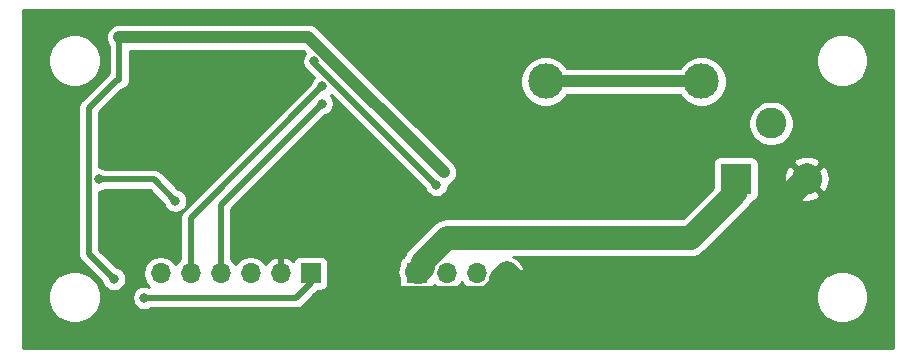
<source format=gbl>
%TF.GenerationSoftware,KiCad,Pcbnew,5.1.10-6.fc33*%
%TF.CreationDate,2021-10-21T00:53:11-07:00*%
%TF.ProjectId,esp32_7seg_alarm_clock_controller,65737033-325f-4377-9365-675f616c6172,rev?*%
%TF.SameCoordinates,Original*%
%TF.FileFunction,Copper,L2,Bot*%
%TF.FilePolarity,Positive*%
%FSLAX46Y46*%
G04 Gerber Fmt 4.6, Leading zero omitted, Abs format (unit mm)*
G04 Created by KiCad (PCBNEW 5.1.10-6.fc33) date 2021-10-21 00:53:11*
%MOMM*%
%LPD*%
G01*
G04 APERTURE LIST*
%TA.AperFunction,ComponentPad*%
%ADD10C,3.000000*%
%TD*%
%TA.AperFunction,ComponentPad*%
%ADD11R,1.700000X1.700000*%
%TD*%
%TA.AperFunction,ComponentPad*%
%ADD12O,1.700000X1.700000*%
%TD*%
%TA.AperFunction,ComponentPad*%
%ADD13R,2.600000X2.600000*%
%TD*%
%TA.AperFunction,ComponentPad*%
%ADD14C,2.600000*%
%TD*%
%TA.AperFunction,ViaPad*%
%ADD15C,0.800000*%
%TD*%
%TA.AperFunction,Conductor*%
%ADD16C,1.000000*%
%TD*%
%TA.AperFunction,Conductor*%
%ADD17C,2.000000*%
%TD*%
%TA.AperFunction,Conductor*%
%ADD18C,0.500000*%
%TD*%
%TA.AperFunction,Conductor*%
%ADD19C,0.254000*%
%TD*%
%TA.AperFunction,Conductor*%
%ADD20C,0.100000*%
%TD*%
G04 APERTURE END LIST*
D10*
%TO.P,BT1,1*%
%TO.N,Net-(BT1-Pad1)*%
X158100000Y-106750000D03*
X144900000Y-106750000D03*
%TD*%
D11*
%TO.P,J1,1*%
%TO.N,ESP_RST-ENA*%
X125000000Y-123000000D03*
D12*
%TO.P,J1,2*%
%TO.N,PROG_GND*%
X122460000Y-123000000D03*
%TO.P,J1,3*%
%TO.N,Net-(J1-Pad3)*%
X119920000Y-123000000D03*
%TO.P,J1,4*%
%TO.N,PROG_RX*%
X117380000Y-123000000D03*
%TO.P,J1,5*%
%TO.N,PROG_TX*%
X114840000Y-123000000D03*
%TO.P,J1,6*%
%TO.N,ESP_IO0*%
X112300000Y-123000000D03*
%TD*%
D13*
%TO.P,J2,1*%
%TO.N,+5V*%
X161000000Y-115000000D03*
D14*
%TO.P,J2,2*%
%TO.N,PROG_GND*%
X167000000Y-115000000D03*
%TO.P,J2,3*%
%TO.N,N/C*%
X164000000Y-110300000D03*
%TD*%
D11*
%TO.P,J3,1*%
%TO.N,+5V*%
X134000000Y-123000000D03*
D12*
%TO.P,J3,2*%
%TO.N,7SD*%
X136540000Y-123000000D03*
%TO.P,J3,3*%
%TO.N,7SCLK*%
X139080000Y-123000000D03*
%TO.P,J3,4*%
%TO.N,PROG_GND*%
X141620000Y-123000000D03*
%TD*%
D15*
%TO.N,PROG_GND*%
X153275000Y-123750000D03*
X107450000Y-116500000D03*
X108725000Y-108300000D03*
X115300000Y-109250000D03*
X104050000Y-111200000D03*
X104175000Y-116500000D03*
X124925000Y-115900000D03*
%TO.N,ESP_RST-ENA*%
X110925000Y-125075000D03*
%TO.N,+3V3*%
X136275000Y-114450000D03*
X108825000Y-103000000D03*
X108350000Y-123475000D03*
%TO.N,PROG_RX*%
X125950000Y-108625000D03*
%TO.N,PROG_TX*%
X126000000Y-107175000D03*
%TO.N,ESP_IO0*%
X107075000Y-115050000D03*
X113550000Y-116850000D03*
%TO.N,VspiMOSI*%
X135650000Y-115500000D03*
X125322182Y-105052818D03*
%TD*%
D16*
%TO.N,Net-(BT1-Pad1)*%
X144900000Y-106750000D02*
X158100000Y-106750000D01*
%TO.N,PROG_GND*%
X157400000Y-123750000D02*
X167025000Y-114125000D01*
X153275000Y-123750000D02*
X157400000Y-123750000D01*
X158250000Y-123750000D02*
X157400000Y-123750000D01*
X104050000Y-116375000D02*
X104175000Y-116500000D01*
X104050000Y-111200000D02*
X104050000Y-116375000D01*
X114350000Y-108300000D02*
X115300000Y-109250000D01*
X108725000Y-108300000D02*
X114350000Y-108300000D01*
X124925000Y-115900000D02*
X124925000Y-116885002D01*
D17*
X167000000Y-115000000D02*
X158250000Y-123750000D01*
X158250000Y-123750000D02*
X153275000Y-123750000D01*
X142370000Y-123750000D02*
X141620000Y-123000000D01*
X153275000Y-123750000D02*
X142370000Y-123750000D01*
X131532499Y-124392501D02*
X131532499Y-123492501D01*
X132189999Y-125050001D02*
X131532499Y-124392501D01*
X140064001Y-125050001D02*
X132189999Y-125050001D01*
X141130001Y-123984001D02*
X140064001Y-125050001D01*
X141130001Y-123489999D02*
X141130001Y-123984001D01*
X141620000Y-123000000D02*
X141130001Y-123489999D01*
D16*
X124925000Y-116885002D02*
X131532499Y-123492501D01*
D18*
%TO.N,ESP_RST-ENA*%
X125000000Y-123000000D02*
X125000000Y-123850000D01*
X123775000Y-125075000D02*
X110925000Y-125075000D01*
X125000000Y-123850000D02*
X123775000Y-125075000D01*
D16*
%TO.N,+3V3*%
X124825000Y-103000000D02*
X108825000Y-103000000D01*
X136275000Y-114450000D02*
X124825000Y-103000000D01*
D18*
X108825000Y-103000000D02*
X108825000Y-106600000D01*
X108825000Y-106600000D02*
X108600000Y-106600000D01*
X108600000Y-106600000D02*
X106225000Y-108975000D01*
X106225000Y-121350000D02*
X108350000Y-123475000D01*
X106225000Y-108975000D02*
X106225000Y-121350000D01*
D16*
%TO.N,+5V*%
X161000000Y-115000000D02*
X161000000Y-116200000D01*
X137025000Y-119975000D02*
X134000000Y-123000000D01*
X157175000Y-119975000D02*
X137025000Y-119975000D01*
D17*
X161000000Y-116150000D02*
X157175000Y-119975000D01*
X161000000Y-115000000D02*
X161000000Y-116150000D01*
X134150009Y-122849991D02*
X134000000Y-122849991D01*
X134489999Y-122510001D02*
X134150009Y-122849991D01*
X134489999Y-122015999D02*
X134489999Y-122510001D01*
X136530998Y-119975000D02*
X134489999Y-122015999D01*
X157175000Y-119975000D02*
X136530998Y-119975000D01*
D18*
%TO.N,PROG_RX*%
X117380000Y-117195000D02*
X125950000Y-108625000D01*
X117380000Y-123000000D02*
X117380000Y-117195000D01*
%TO.N,PROG_TX*%
X114840000Y-118335000D02*
X114840000Y-123000000D01*
X126000000Y-107175000D02*
X114840000Y-118335000D01*
%TO.N,ESP_IO0*%
X111750000Y-115050000D02*
X113550000Y-116850000D01*
X107075000Y-115050000D02*
X111750000Y-115050000D01*
%TO.N,VspiMOSI*%
X125322182Y-105172182D02*
X125322182Y-105052818D01*
X135650000Y-115500000D02*
X125322182Y-105172182D01*
%TD*%
D19*
%TO.N,PROG_GND*%
X174315001Y-129315000D02*
X100685000Y-129315000D01*
X100685000Y-124779872D01*
X102765000Y-124779872D01*
X102765000Y-125220128D01*
X102850890Y-125651925D01*
X103019369Y-126058669D01*
X103263962Y-126424729D01*
X103575271Y-126736038D01*
X103941331Y-126980631D01*
X104348075Y-127149110D01*
X104779872Y-127235000D01*
X105220128Y-127235000D01*
X105651925Y-127149110D01*
X106058669Y-126980631D01*
X106424729Y-126736038D01*
X106736038Y-126424729D01*
X106980631Y-126058669D01*
X107149110Y-125651925D01*
X107235000Y-125220128D01*
X107235000Y-124779872D01*
X107149110Y-124348075D01*
X106980631Y-123941331D01*
X106736038Y-123575271D01*
X106424729Y-123263962D01*
X106058669Y-123019369D01*
X105651925Y-122850890D01*
X105220128Y-122765000D01*
X104779872Y-122765000D01*
X104348075Y-122850890D01*
X103941331Y-123019369D01*
X103575271Y-123263962D01*
X103263962Y-123575271D01*
X103019369Y-123941331D01*
X102850890Y-124348075D01*
X102765000Y-124779872D01*
X100685000Y-124779872D01*
X100685000Y-108975000D01*
X105335719Y-108975000D01*
X105340000Y-109018469D01*
X105340001Y-121306521D01*
X105335719Y-121350000D01*
X105352805Y-121523490D01*
X105403412Y-121690313D01*
X105485590Y-121844059D01*
X105568468Y-121945046D01*
X105568471Y-121945049D01*
X105596184Y-121978817D01*
X105629951Y-122006529D01*
X107343465Y-123720044D01*
X107354774Y-123776898D01*
X107432795Y-123965256D01*
X107546063Y-124134774D01*
X107690226Y-124278937D01*
X107859744Y-124392205D01*
X108048102Y-124470226D01*
X108248061Y-124510000D01*
X108451939Y-124510000D01*
X108651898Y-124470226D01*
X108840256Y-124392205D01*
X109009774Y-124278937D01*
X109153937Y-124134774D01*
X109267205Y-123965256D01*
X109345226Y-123776898D01*
X109385000Y-123576939D01*
X109385000Y-123373061D01*
X109345226Y-123173102D01*
X109267205Y-122984744D01*
X109153937Y-122815226D01*
X109009774Y-122671063D01*
X108840256Y-122557795D01*
X108651898Y-122479774D01*
X108595044Y-122468465D01*
X107110000Y-120983422D01*
X107110000Y-116085000D01*
X107176939Y-116085000D01*
X107376898Y-116045226D01*
X107565256Y-115967205D01*
X107613454Y-115935000D01*
X111383422Y-115935000D01*
X112543465Y-117095044D01*
X112554774Y-117151898D01*
X112632795Y-117340256D01*
X112746063Y-117509774D01*
X112890226Y-117653937D01*
X113059744Y-117767205D01*
X113248102Y-117845226D01*
X113448061Y-117885000D01*
X113651939Y-117885000D01*
X113851898Y-117845226D01*
X114040256Y-117767205D01*
X114209774Y-117653937D01*
X114353937Y-117509774D01*
X114467205Y-117340256D01*
X114545226Y-117151898D01*
X114585000Y-116951939D01*
X114585000Y-116748061D01*
X114545226Y-116548102D01*
X114467205Y-116359744D01*
X114353937Y-116190226D01*
X114209774Y-116046063D01*
X114040256Y-115932795D01*
X113851898Y-115854774D01*
X113795044Y-115843465D01*
X112406534Y-114454956D01*
X112378817Y-114421183D01*
X112244059Y-114310589D01*
X112090313Y-114228411D01*
X111923490Y-114177805D01*
X111793477Y-114165000D01*
X111793469Y-114165000D01*
X111750000Y-114160719D01*
X111706531Y-114165000D01*
X107613454Y-114165000D01*
X107565256Y-114132795D01*
X107376898Y-114054774D01*
X107176939Y-114015000D01*
X107110000Y-114015000D01*
X107110000Y-109341578D01*
X108977297Y-107474282D01*
X108998490Y-107472195D01*
X109165313Y-107421589D01*
X109319059Y-107339411D01*
X109453817Y-107228817D01*
X109564411Y-107094059D01*
X109646589Y-106940313D01*
X109697195Y-106773490D01*
X109710000Y-106643477D01*
X109714282Y-106600000D01*
X109710000Y-106556523D01*
X109710000Y-104135000D01*
X124354869Y-104135000D01*
X124565579Y-104345710D01*
X124518245Y-104393044D01*
X124404977Y-104562562D01*
X124326956Y-104750920D01*
X124287182Y-104950879D01*
X124287182Y-105154757D01*
X124326956Y-105354716D01*
X124404977Y-105543074D01*
X124518245Y-105712592D01*
X124662408Y-105856755D01*
X124831926Y-105970023D01*
X124894268Y-105995846D01*
X125304855Y-106406434D01*
X125196063Y-106515226D01*
X125082795Y-106684744D01*
X125004774Y-106873102D01*
X124993465Y-106929956D01*
X114244956Y-117678466D01*
X114211183Y-117706183D01*
X114100589Y-117840942D01*
X114018411Y-117994688D01*
X113967805Y-118161511D01*
X113955000Y-118291524D01*
X113955000Y-118291531D01*
X113950719Y-118335000D01*
X113955000Y-118378469D01*
X113955001Y-121805343D01*
X113893368Y-121846525D01*
X113686525Y-122053368D01*
X113570000Y-122227760D01*
X113453475Y-122053368D01*
X113246632Y-121846525D01*
X113003411Y-121684010D01*
X112733158Y-121572068D01*
X112446260Y-121515000D01*
X112153740Y-121515000D01*
X111866842Y-121572068D01*
X111596589Y-121684010D01*
X111353368Y-121846525D01*
X111146525Y-122053368D01*
X110984010Y-122296589D01*
X110872068Y-122566842D01*
X110815000Y-122853740D01*
X110815000Y-123146260D01*
X110872068Y-123433158D01*
X110984010Y-123703411D01*
X111146525Y-123946632D01*
X111316981Y-124117088D01*
X111226898Y-124079774D01*
X111026939Y-124040000D01*
X110823061Y-124040000D01*
X110623102Y-124079774D01*
X110434744Y-124157795D01*
X110265226Y-124271063D01*
X110121063Y-124415226D01*
X110007795Y-124584744D01*
X109929774Y-124773102D01*
X109890000Y-124973061D01*
X109890000Y-125176939D01*
X109929774Y-125376898D01*
X110007795Y-125565256D01*
X110121063Y-125734774D01*
X110265226Y-125878937D01*
X110434744Y-125992205D01*
X110623102Y-126070226D01*
X110823061Y-126110000D01*
X111026939Y-126110000D01*
X111226898Y-126070226D01*
X111415256Y-125992205D01*
X111463454Y-125960000D01*
X123731531Y-125960000D01*
X123775000Y-125964281D01*
X123818469Y-125960000D01*
X123818477Y-125960000D01*
X123948490Y-125947195D01*
X124115313Y-125896589D01*
X124269059Y-125814411D01*
X124403817Y-125703817D01*
X124431534Y-125670044D01*
X125321706Y-124779872D01*
X167765000Y-124779872D01*
X167765000Y-125220128D01*
X167850890Y-125651925D01*
X168019369Y-126058669D01*
X168263962Y-126424729D01*
X168575271Y-126736038D01*
X168941331Y-126980631D01*
X169348075Y-127149110D01*
X169779872Y-127235000D01*
X170220128Y-127235000D01*
X170651925Y-127149110D01*
X171058669Y-126980631D01*
X171424729Y-126736038D01*
X171736038Y-126424729D01*
X171980631Y-126058669D01*
X172149110Y-125651925D01*
X172235000Y-125220128D01*
X172235000Y-124779872D01*
X172149110Y-124348075D01*
X171980631Y-123941331D01*
X171736038Y-123575271D01*
X171424729Y-123263962D01*
X171058669Y-123019369D01*
X170651925Y-122850890D01*
X170220128Y-122765000D01*
X169779872Y-122765000D01*
X169348075Y-122850890D01*
X168941331Y-123019369D01*
X168575271Y-123263962D01*
X168263962Y-123575271D01*
X168019369Y-123941331D01*
X167850890Y-124348075D01*
X167765000Y-124779872D01*
X125321706Y-124779872D01*
X125595049Y-124506530D01*
X125617540Y-124488072D01*
X125850000Y-124488072D01*
X125974482Y-124475812D01*
X126094180Y-124439502D01*
X126204494Y-124380537D01*
X126301185Y-124301185D01*
X126380537Y-124204494D01*
X126439502Y-124094180D01*
X126475812Y-123974482D01*
X126488072Y-123850000D01*
X126488072Y-122849991D01*
X132357089Y-122849991D01*
X132388657Y-123170507D01*
X132482148Y-123478706D01*
X132511928Y-123534420D01*
X132511928Y-123850000D01*
X132524188Y-123974482D01*
X132560498Y-124094180D01*
X132619463Y-124204494D01*
X132698815Y-124301185D01*
X132795506Y-124380537D01*
X132905820Y-124439502D01*
X133025518Y-124475812D01*
X133150000Y-124488072D01*
X134100971Y-124488072D01*
X134150009Y-124492902D01*
X134199047Y-124488072D01*
X134850000Y-124488072D01*
X134974482Y-124475812D01*
X135094180Y-124439502D01*
X135204494Y-124380537D01*
X135301185Y-124301185D01*
X135380537Y-124204494D01*
X135439502Y-124094180D01*
X135461513Y-124021620D01*
X135593368Y-124153475D01*
X135836589Y-124315990D01*
X136106842Y-124427932D01*
X136393740Y-124485000D01*
X136686260Y-124485000D01*
X136973158Y-124427932D01*
X137243411Y-124315990D01*
X137486632Y-124153475D01*
X137693475Y-123946632D01*
X137810000Y-123772240D01*
X137926525Y-123946632D01*
X138133368Y-124153475D01*
X138376589Y-124315990D01*
X138646842Y-124427932D01*
X138933740Y-124485000D01*
X139226260Y-124485000D01*
X139513158Y-124427932D01*
X139783411Y-124315990D01*
X140026632Y-124153475D01*
X140233475Y-123946632D01*
X140355195Y-123764466D01*
X140424822Y-123881355D01*
X140619731Y-124097588D01*
X140853080Y-124271641D01*
X141115901Y-124396825D01*
X141263110Y-124441476D01*
X141493000Y-124320155D01*
X141493000Y-123127000D01*
X141747000Y-123127000D01*
X141747000Y-124320155D01*
X141976890Y-124441476D01*
X142124099Y-124396825D01*
X142386920Y-124271641D01*
X142620269Y-124097588D01*
X142815178Y-123881355D01*
X142964157Y-123631252D01*
X143061481Y-123356891D01*
X142940814Y-123127000D01*
X141747000Y-123127000D01*
X141493000Y-123127000D01*
X141473000Y-123127000D01*
X141473000Y-122873000D01*
X141493000Y-122873000D01*
X141493000Y-122853000D01*
X141747000Y-122853000D01*
X141747000Y-122873000D01*
X142940814Y-122873000D01*
X143061481Y-122643109D01*
X142964157Y-122368748D01*
X142815178Y-122118645D01*
X142620269Y-121902412D01*
X142386920Y-121728359D01*
X142138428Y-121610000D01*
X157094681Y-121610000D01*
X157175000Y-121617911D01*
X157255319Y-121610000D01*
X157255322Y-121610000D01*
X157495516Y-121586343D01*
X157803715Y-121492852D01*
X158087752Y-121341031D01*
X158336714Y-121136714D01*
X158387925Y-121074313D01*
X162099319Y-117362920D01*
X162161714Y-117311714D01*
X162366031Y-117062752D01*
X162442080Y-116920474D01*
X162544180Y-116889502D01*
X162654494Y-116830537D01*
X162751185Y-116751185D01*
X162830537Y-116654494D01*
X162889502Y-116544180D01*
X162925812Y-116424482D01*
X162933224Y-116349224D01*
X165830381Y-116349224D01*
X165962317Y-116644312D01*
X166303045Y-116815159D01*
X166670557Y-116916250D01*
X167050729Y-116943701D01*
X167428951Y-116896457D01*
X167790690Y-116776333D01*
X168037683Y-116644312D01*
X168169619Y-116349224D01*
X167000000Y-115179605D01*
X165830381Y-116349224D01*
X162933224Y-116349224D01*
X162938072Y-116300000D01*
X162938072Y-115050729D01*
X165056299Y-115050729D01*
X165103543Y-115428951D01*
X165223667Y-115790690D01*
X165355688Y-116037683D01*
X165650776Y-116169619D01*
X166820395Y-115000000D01*
X167179605Y-115000000D01*
X168349224Y-116169619D01*
X168644312Y-116037683D01*
X168815159Y-115696955D01*
X168916250Y-115329443D01*
X168943701Y-114949271D01*
X168896457Y-114571049D01*
X168776333Y-114209310D01*
X168644312Y-113962317D01*
X168349224Y-113830381D01*
X167179605Y-115000000D01*
X166820395Y-115000000D01*
X165650776Y-113830381D01*
X165355688Y-113962317D01*
X165184841Y-114303045D01*
X165083750Y-114670557D01*
X165056299Y-115050729D01*
X162938072Y-115050729D01*
X162938072Y-113700000D01*
X162933225Y-113650776D01*
X165830381Y-113650776D01*
X167000000Y-114820395D01*
X168169619Y-113650776D01*
X168037683Y-113355688D01*
X167696955Y-113184841D01*
X167329443Y-113083750D01*
X166949271Y-113056299D01*
X166571049Y-113103543D01*
X166209310Y-113223667D01*
X165962317Y-113355688D01*
X165830381Y-113650776D01*
X162933225Y-113650776D01*
X162925812Y-113575518D01*
X162889502Y-113455820D01*
X162830537Y-113345506D01*
X162751185Y-113248815D01*
X162654494Y-113169463D01*
X162544180Y-113110498D01*
X162424482Y-113074188D01*
X162300000Y-113061928D01*
X159700000Y-113061928D01*
X159575518Y-113074188D01*
X159455820Y-113110498D01*
X159345506Y-113169463D01*
X159248815Y-113248815D01*
X159169463Y-113345506D01*
X159110498Y-113455820D01*
X159074188Y-113575518D01*
X159061928Y-113700000D01*
X159061928Y-115775833D01*
X156497762Y-118340000D01*
X136611317Y-118340000D01*
X136530997Y-118332089D01*
X136450678Y-118340000D01*
X136450676Y-118340000D01*
X136210482Y-118363657D01*
X135902283Y-118457148D01*
X135618246Y-118608969D01*
X135369284Y-118813286D01*
X135318078Y-118875682D01*
X133390686Y-120803074D01*
X133328285Y-120854285D01*
X133123968Y-121103248D01*
X132972147Y-121387285D01*
X132921000Y-121555893D01*
X132905820Y-121560498D01*
X132795506Y-121619463D01*
X132698815Y-121698815D01*
X132619463Y-121795506D01*
X132560498Y-121905820D01*
X132524188Y-122025518D01*
X132511928Y-122150000D01*
X132511928Y-122165562D01*
X132482148Y-122221276D01*
X132388657Y-122529475D01*
X132357089Y-122849991D01*
X126488072Y-122849991D01*
X126488072Y-122150000D01*
X126475812Y-122025518D01*
X126439502Y-121905820D01*
X126380537Y-121795506D01*
X126301185Y-121698815D01*
X126204494Y-121619463D01*
X126094180Y-121560498D01*
X125974482Y-121524188D01*
X125850000Y-121511928D01*
X124150000Y-121511928D01*
X124025518Y-121524188D01*
X123905820Y-121560498D01*
X123795506Y-121619463D01*
X123698815Y-121698815D01*
X123619463Y-121795506D01*
X123560498Y-121905820D01*
X123536034Y-121986466D01*
X123460269Y-121902412D01*
X123226920Y-121728359D01*
X122964099Y-121603175D01*
X122816890Y-121558524D01*
X122587000Y-121679845D01*
X122587000Y-122873000D01*
X122607000Y-122873000D01*
X122607000Y-123127000D01*
X122587000Y-123127000D01*
X122587000Y-123147000D01*
X122333000Y-123147000D01*
X122333000Y-123127000D01*
X122313000Y-123127000D01*
X122313000Y-122873000D01*
X122333000Y-122873000D01*
X122333000Y-121679845D01*
X122103110Y-121558524D01*
X121955901Y-121603175D01*
X121693080Y-121728359D01*
X121459731Y-121902412D01*
X121264822Y-122118645D01*
X121195195Y-122235534D01*
X121073475Y-122053368D01*
X120866632Y-121846525D01*
X120623411Y-121684010D01*
X120353158Y-121572068D01*
X120066260Y-121515000D01*
X119773740Y-121515000D01*
X119486842Y-121572068D01*
X119216589Y-121684010D01*
X118973368Y-121846525D01*
X118766525Y-122053368D01*
X118650000Y-122227760D01*
X118533475Y-122053368D01*
X118326632Y-121846525D01*
X118265000Y-121805344D01*
X118265000Y-117561578D01*
X126195044Y-109631535D01*
X126251898Y-109620226D01*
X126440256Y-109542205D01*
X126609774Y-109428937D01*
X126753937Y-109284774D01*
X126867205Y-109115256D01*
X126945226Y-108926898D01*
X126985000Y-108726939D01*
X126985000Y-108523061D01*
X126945226Y-108323102D01*
X126867205Y-108134744D01*
X126753937Y-107965226D01*
X126713711Y-107925000D01*
X126768566Y-107870145D01*
X134643465Y-115745044D01*
X134654774Y-115801898D01*
X134732795Y-115990256D01*
X134846063Y-116159774D01*
X134990226Y-116303937D01*
X135159744Y-116417205D01*
X135348102Y-116495226D01*
X135548061Y-116535000D01*
X135751939Y-116535000D01*
X135951898Y-116495226D01*
X136140256Y-116417205D01*
X136309774Y-116303937D01*
X136453937Y-116159774D01*
X136567205Y-115990256D01*
X136645226Y-115801898D01*
X136685000Y-115601939D01*
X136685000Y-115511697D01*
X136711446Y-115503675D01*
X136908622Y-115398283D01*
X137081448Y-115256448D01*
X137223283Y-115083622D01*
X137328675Y-114886446D01*
X137393576Y-114672498D01*
X137415490Y-114449999D01*
X137393576Y-114227500D01*
X137328675Y-114013552D01*
X137223283Y-113816376D01*
X137116988Y-113686856D01*
X133539551Y-110109419D01*
X162065000Y-110109419D01*
X162065000Y-110490581D01*
X162139361Y-110864419D01*
X162285225Y-111216566D01*
X162496987Y-111533491D01*
X162766509Y-111803013D01*
X163083434Y-112014775D01*
X163435581Y-112160639D01*
X163809419Y-112235000D01*
X164190581Y-112235000D01*
X164564419Y-112160639D01*
X164916566Y-112014775D01*
X165233491Y-111803013D01*
X165503013Y-111533491D01*
X165714775Y-111216566D01*
X165860639Y-110864419D01*
X165935000Y-110490581D01*
X165935000Y-110109419D01*
X165860639Y-109735581D01*
X165714775Y-109383434D01*
X165503013Y-109066509D01*
X165233491Y-108796987D01*
X164916566Y-108585225D01*
X164564419Y-108439361D01*
X164190581Y-108365000D01*
X163809419Y-108365000D01*
X163435581Y-108439361D01*
X163083434Y-108585225D01*
X162766509Y-108796987D01*
X162496987Y-109066509D01*
X162285225Y-109383434D01*
X162139361Y-109735581D01*
X162065000Y-110109419D01*
X133539551Y-110109419D01*
X129969853Y-106539721D01*
X142765000Y-106539721D01*
X142765000Y-106960279D01*
X142847047Y-107372756D01*
X143007988Y-107761302D01*
X143241637Y-108110983D01*
X143539017Y-108408363D01*
X143888698Y-108642012D01*
X144277244Y-108802953D01*
X144689721Y-108885000D01*
X145110279Y-108885000D01*
X145522756Y-108802953D01*
X145911302Y-108642012D01*
X146260983Y-108408363D01*
X146558363Y-108110983D01*
X146709360Y-107885000D01*
X156290640Y-107885000D01*
X156441637Y-108110983D01*
X156739017Y-108408363D01*
X157088698Y-108642012D01*
X157477244Y-108802953D01*
X157889721Y-108885000D01*
X158310279Y-108885000D01*
X158722756Y-108802953D01*
X159111302Y-108642012D01*
X159460983Y-108408363D01*
X159758363Y-108110983D01*
X159992012Y-107761302D01*
X160152953Y-107372756D01*
X160235000Y-106960279D01*
X160235000Y-106539721D01*
X160152953Y-106127244D01*
X159992012Y-105738698D01*
X159758363Y-105389017D01*
X159460983Y-105091637D01*
X159111302Y-104857988D01*
X158922714Y-104779872D01*
X167765000Y-104779872D01*
X167765000Y-105220128D01*
X167850890Y-105651925D01*
X168019369Y-106058669D01*
X168263962Y-106424729D01*
X168575271Y-106736038D01*
X168941331Y-106980631D01*
X169348075Y-107149110D01*
X169779872Y-107235000D01*
X170220128Y-107235000D01*
X170651925Y-107149110D01*
X171058669Y-106980631D01*
X171424729Y-106736038D01*
X171736038Y-106424729D01*
X171980631Y-106058669D01*
X172149110Y-105651925D01*
X172235000Y-105220128D01*
X172235000Y-104779872D01*
X172149110Y-104348075D01*
X171980631Y-103941331D01*
X171736038Y-103575271D01*
X171424729Y-103263962D01*
X171058669Y-103019369D01*
X170651925Y-102850890D01*
X170220128Y-102765000D01*
X169779872Y-102765000D01*
X169348075Y-102850890D01*
X168941331Y-103019369D01*
X168575271Y-103263962D01*
X168263962Y-103575271D01*
X168019369Y-103941331D01*
X167850890Y-104348075D01*
X167765000Y-104779872D01*
X158922714Y-104779872D01*
X158722756Y-104697047D01*
X158310279Y-104615000D01*
X157889721Y-104615000D01*
X157477244Y-104697047D01*
X157088698Y-104857988D01*
X156739017Y-105091637D01*
X156441637Y-105389017D01*
X156290640Y-105615000D01*
X146709360Y-105615000D01*
X146558363Y-105389017D01*
X146260983Y-105091637D01*
X145911302Y-104857988D01*
X145522756Y-104697047D01*
X145110279Y-104615000D01*
X144689721Y-104615000D01*
X144277244Y-104697047D01*
X143888698Y-104857988D01*
X143539017Y-105091637D01*
X143241637Y-105389017D01*
X143007988Y-105738698D01*
X142847047Y-106127244D01*
X142765000Y-106539721D01*
X129969853Y-106539721D01*
X125666996Y-102236865D01*
X125631449Y-102193551D01*
X125458623Y-102051716D01*
X125261447Y-101946324D01*
X125047499Y-101881423D01*
X124880752Y-101865000D01*
X124880751Y-101865000D01*
X124825000Y-101859509D01*
X124769249Y-101865000D01*
X108769248Y-101865000D01*
X108602501Y-101881423D01*
X108388553Y-101946324D01*
X108191377Y-102051716D01*
X108018551Y-102193551D01*
X107876716Y-102366377D01*
X107771324Y-102563553D01*
X107706423Y-102777501D01*
X107684509Y-103000000D01*
X107706423Y-103222499D01*
X107771324Y-103436447D01*
X107876716Y-103633623D01*
X107940000Y-103710735D01*
X107940001Y-106008420D01*
X105629956Y-108318466D01*
X105596183Y-108346183D01*
X105485589Y-108480942D01*
X105403411Y-108634688D01*
X105352805Y-108801511D01*
X105340000Y-108931524D01*
X105340000Y-108931531D01*
X105335719Y-108975000D01*
X100685000Y-108975000D01*
X100685000Y-104779872D01*
X102765000Y-104779872D01*
X102765000Y-105220128D01*
X102850890Y-105651925D01*
X103019369Y-106058669D01*
X103263962Y-106424729D01*
X103575271Y-106736038D01*
X103941331Y-106980631D01*
X104348075Y-107149110D01*
X104779872Y-107235000D01*
X105220128Y-107235000D01*
X105651925Y-107149110D01*
X106058669Y-106980631D01*
X106424729Y-106736038D01*
X106736038Y-106424729D01*
X106980631Y-106058669D01*
X107149110Y-105651925D01*
X107235000Y-105220128D01*
X107235000Y-104779872D01*
X107149110Y-104348075D01*
X106980631Y-103941331D01*
X106736038Y-103575271D01*
X106424729Y-103263962D01*
X106058669Y-103019369D01*
X105651925Y-102850890D01*
X105220128Y-102765000D01*
X104779872Y-102765000D01*
X104348075Y-102850890D01*
X103941331Y-103019369D01*
X103575271Y-103263962D01*
X103263962Y-103575271D01*
X103019369Y-103941331D01*
X102850890Y-104348075D01*
X102765000Y-104779872D01*
X100685000Y-104779872D01*
X100685000Y-100685000D01*
X174315000Y-100685000D01*
X174315001Y-129315000D01*
%TA.AperFunction,Conductor*%
D20*
G36*
X174315001Y-129315000D02*
G01*
X100685000Y-129315000D01*
X100685000Y-124779872D01*
X102765000Y-124779872D01*
X102765000Y-125220128D01*
X102850890Y-125651925D01*
X103019369Y-126058669D01*
X103263962Y-126424729D01*
X103575271Y-126736038D01*
X103941331Y-126980631D01*
X104348075Y-127149110D01*
X104779872Y-127235000D01*
X105220128Y-127235000D01*
X105651925Y-127149110D01*
X106058669Y-126980631D01*
X106424729Y-126736038D01*
X106736038Y-126424729D01*
X106980631Y-126058669D01*
X107149110Y-125651925D01*
X107235000Y-125220128D01*
X107235000Y-124779872D01*
X107149110Y-124348075D01*
X106980631Y-123941331D01*
X106736038Y-123575271D01*
X106424729Y-123263962D01*
X106058669Y-123019369D01*
X105651925Y-122850890D01*
X105220128Y-122765000D01*
X104779872Y-122765000D01*
X104348075Y-122850890D01*
X103941331Y-123019369D01*
X103575271Y-123263962D01*
X103263962Y-123575271D01*
X103019369Y-123941331D01*
X102850890Y-124348075D01*
X102765000Y-124779872D01*
X100685000Y-124779872D01*
X100685000Y-108975000D01*
X105335719Y-108975000D01*
X105340000Y-109018469D01*
X105340001Y-121306521D01*
X105335719Y-121350000D01*
X105352805Y-121523490D01*
X105403412Y-121690313D01*
X105485590Y-121844059D01*
X105568468Y-121945046D01*
X105568471Y-121945049D01*
X105596184Y-121978817D01*
X105629951Y-122006529D01*
X107343465Y-123720044D01*
X107354774Y-123776898D01*
X107432795Y-123965256D01*
X107546063Y-124134774D01*
X107690226Y-124278937D01*
X107859744Y-124392205D01*
X108048102Y-124470226D01*
X108248061Y-124510000D01*
X108451939Y-124510000D01*
X108651898Y-124470226D01*
X108840256Y-124392205D01*
X109009774Y-124278937D01*
X109153937Y-124134774D01*
X109267205Y-123965256D01*
X109345226Y-123776898D01*
X109385000Y-123576939D01*
X109385000Y-123373061D01*
X109345226Y-123173102D01*
X109267205Y-122984744D01*
X109153937Y-122815226D01*
X109009774Y-122671063D01*
X108840256Y-122557795D01*
X108651898Y-122479774D01*
X108595044Y-122468465D01*
X107110000Y-120983422D01*
X107110000Y-116085000D01*
X107176939Y-116085000D01*
X107376898Y-116045226D01*
X107565256Y-115967205D01*
X107613454Y-115935000D01*
X111383422Y-115935000D01*
X112543465Y-117095044D01*
X112554774Y-117151898D01*
X112632795Y-117340256D01*
X112746063Y-117509774D01*
X112890226Y-117653937D01*
X113059744Y-117767205D01*
X113248102Y-117845226D01*
X113448061Y-117885000D01*
X113651939Y-117885000D01*
X113851898Y-117845226D01*
X114040256Y-117767205D01*
X114209774Y-117653937D01*
X114353937Y-117509774D01*
X114467205Y-117340256D01*
X114545226Y-117151898D01*
X114585000Y-116951939D01*
X114585000Y-116748061D01*
X114545226Y-116548102D01*
X114467205Y-116359744D01*
X114353937Y-116190226D01*
X114209774Y-116046063D01*
X114040256Y-115932795D01*
X113851898Y-115854774D01*
X113795044Y-115843465D01*
X112406534Y-114454956D01*
X112378817Y-114421183D01*
X112244059Y-114310589D01*
X112090313Y-114228411D01*
X111923490Y-114177805D01*
X111793477Y-114165000D01*
X111793469Y-114165000D01*
X111750000Y-114160719D01*
X111706531Y-114165000D01*
X107613454Y-114165000D01*
X107565256Y-114132795D01*
X107376898Y-114054774D01*
X107176939Y-114015000D01*
X107110000Y-114015000D01*
X107110000Y-109341578D01*
X108977297Y-107474282D01*
X108998490Y-107472195D01*
X109165313Y-107421589D01*
X109319059Y-107339411D01*
X109453817Y-107228817D01*
X109564411Y-107094059D01*
X109646589Y-106940313D01*
X109697195Y-106773490D01*
X109710000Y-106643477D01*
X109714282Y-106600000D01*
X109710000Y-106556523D01*
X109710000Y-104135000D01*
X124354869Y-104135000D01*
X124565579Y-104345710D01*
X124518245Y-104393044D01*
X124404977Y-104562562D01*
X124326956Y-104750920D01*
X124287182Y-104950879D01*
X124287182Y-105154757D01*
X124326956Y-105354716D01*
X124404977Y-105543074D01*
X124518245Y-105712592D01*
X124662408Y-105856755D01*
X124831926Y-105970023D01*
X124894268Y-105995846D01*
X125304855Y-106406434D01*
X125196063Y-106515226D01*
X125082795Y-106684744D01*
X125004774Y-106873102D01*
X124993465Y-106929956D01*
X114244956Y-117678466D01*
X114211183Y-117706183D01*
X114100589Y-117840942D01*
X114018411Y-117994688D01*
X113967805Y-118161511D01*
X113955000Y-118291524D01*
X113955000Y-118291531D01*
X113950719Y-118335000D01*
X113955000Y-118378469D01*
X113955001Y-121805343D01*
X113893368Y-121846525D01*
X113686525Y-122053368D01*
X113570000Y-122227760D01*
X113453475Y-122053368D01*
X113246632Y-121846525D01*
X113003411Y-121684010D01*
X112733158Y-121572068D01*
X112446260Y-121515000D01*
X112153740Y-121515000D01*
X111866842Y-121572068D01*
X111596589Y-121684010D01*
X111353368Y-121846525D01*
X111146525Y-122053368D01*
X110984010Y-122296589D01*
X110872068Y-122566842D01*
X110815000Y-122853740D01*
X110815000Y-123146260D01*
X110872068Y-123433158D01*
X110984010Y-123703411D01*
X111146525Y-123946632D01*
X111316981Y-124117088D01*
X111226898Y-124079774D01*
X111026939Y-124040000D01*
X110823061Y-124040000D01*
X110623102Y-124079774D01*
X110434744Y-124157795D01*
X110265226Y-124271063D01*
X110121063Y-124415226D01*
X110007795Y-124584744D01*
X109929774Y-124773102D01*
X109890000Y-124973061D01*
X109890000Y-125176939D01*
X109929774Y-125376898D01*
X110007795Y-125565256D01*
X110121063Y-125734774D01*
X110265226Y-125878937D01*
X110434744Y-125992205D01*
X110623102Y-126070226D01*
X110823061Y-126110000D01*
X111026939Y-126110000D01*
X111226898Y-126070226D01*
X111415256Y-125992205D01*
X111463454Y-125960000D01*
X123731531Y-125960000D01*
X123775000Y-125964281D01*
X123818469Y-125960000D01*
X123818477Y-125960000D01*
X123948490Y-125947195D01*
X124115313Y-125896589D01*
X124269059Y-125814411D01*
X124403817Y-125703817D01*
X124431534Y-125670044D01*
X125321706Y-124779872D01*
X167765000Y-124779872D01*
X167765000Y-125220128D01*
X167850890Y-125651925D01*
X168019369Y-126058669D01*
X168263962Y-126424729D01*
X168575271Y-126736038D01*
X168941331Y-126980631D01*
X169348075Y-127149110D01*
X169779872Y-127235000D01*
X170220128Y-127235000D01*
X170651925Y-127149110D01*
X171058669Y-126980631D01*
X171424729Y-126736038D01*
X171736038Y-126424729D01*
X171980631Y-126058669D01*
X172149110Y-125651925D01*
X172235000Y-125220128D01*
X172235000Y-124779872D01*
X172149110Y-124348075D01*
X171980631Y-123941331D01*
X171736038Y-123575271D01*
X171424729Y-123263962D01*
X171058669Y-123019369D01*
X170651925Y-122850890D01*
X170220128Y-122765000D01*
X169779872Y-122765000D01*
X169348075Y-122850890D01*
X168941331Y-123019369D01*
X168575271Y-123263962D01*
X168263962Y-123575271D01*
X168019369Y-123941331D01*
X167850890Y-124348075D01*
X167765000Y-124779872D01*
X125321706Y-124779872D01*
X125595049Y-124506530D01*
X125617540Y-124488072D01*
X125850000Y-124488072D01*
X125974482Y-124475812D01*
X126094180Y-124439502D01*
X126204494Y-124380537D01*
X126301185Y-124301185D01*
X126380537Y-124204494D01*
X126439502Y-124094180D01*
X126475812Y-123974482D01*
X126488072Y-123850000D01*
X126488072Y-122849991D01*
X132357089Y-122849991D01*
X132388657Y-123170507D01*
X132482148Y-123478706D01*
X132511928Y-123534420D01*
X132511928Y-123850000D01*
X132524188Y-123974482D01*
X132560498Y-124094180D01*
X132619463Y-124204494D01*
X132698815Y-124301185D01*
X132795506Y-124380537D01*
X132905820Y-124439502D01*
X133025518Y-124475812D01*
X133150000Y-124488072D01*
X134100971Y-124488072D01*
X134150009Y-124492902D01*
X134199047Y-124488072D01*
X134850000Y-124488072D01*
X134974482Y-124475812D01*
X135094180Y-124439502D01*
X135204494Y-124380537D01*
X135301185Y-124301185D01*
X135380537Y-124204494D01*
X135439502Y-124094180D01*
X135461513Y-124021620D01*
X135593368Y-124153475D01*
X135836589Y-124315990D01*
X136106842Y-124427932D01*
X136393740Y-124485000D01*
X136686260Y-124485000D01*
X136973158Y-124427932D01*
X137243411Y-124315990D01*
X137486632Y-124153475D01*
X137693475Y-123946632D01*
X137810000Y-123772240D01*
X137926525Y-123946632D01*
X138133368Y-124153475D01*
X138376589Y-124315990D01*
X138646842Y-124427932D01*
X138933740Y-124485000D01*
X139226260Y-124485000D01*
X139513158Y-124427932D01*
X139783411Y-124315990D01*
X140026632Y-124153475D01*
X140233475Y-123946632D01*
X140355195Y-123764466D01*
X140424822Y-123881355D01*
X140619731Y-124097588D01*
X140853080Y-124271641D01*
X141115901Y-124396825D01*
X141263110Y-124441476D01*
X141493000Y-124320155D01*
X141493000Y-123127000D01*
X141747000Y-123127000D01*
X141747000Y-124320155D01*
X141976890Y-124441476D01*
X142124099Y-124396825D01*
X142386920Y-124271641D01*
X142620269Y-124097588D01*
X142815178Y-123881355D01*
X142964157Y-123631252D01*
X143061481Y-123356891D01*
X142940814Y-123127000D01*
X141747000Y-123127000D01*
X141493000Y-123127000D01*
X141473000Y-123127000D01*
X141473000Y-122873000D01*
X141493000Y-122873000D01*
X141493000Y-122853000D01*
X141747000Y-122853000D01*
X141747000Y-122873000D01*
X142940814Y-122873000D01*
X143061481Y-122643109D01*
X142964157Y-122368748D01*
X142815178Y-122118645D01*
X142620269Y-121902412D01*
X142386920Y-121728359D01*
X142138428Y-121610000D01*
X157094681Y-121610000D01*
X157175000Y-121617911D01*
X157255319Y-121610000D01*
X157255322Y-121610000D01*
X157495516Y-121586343D01*
X157803715Y-121492852D01*
X158087752Y-121341031D01*
X158336714Y-121136714D01*
X158387925Y-121074313D01*
X162099319Y-117362920D01*
X162161714Y-117311714D01*
X162366031Y-117062752D01*
X162442080Y-116920474D01*
X162544180Y-116889502D01*
X162654494Y-116830537D01*
X162751185Y-116751185D01*
X162830537Y-116654494D01*
X162889502Y-116544180D01*
X162925812Y-116424482D01*
X162933224Y-116349224D01*
X165830381Y-116349224D01*
X165962317Y-116644312D01*
X166303045Y-116815159D01*
X166670557Y-116916250D01*
X167050729Y-116943701D01*
X167428951Y-116896457D01*
X167790690Y-116776333D01*
X168037683Y-116644312D01*
X168169619Y-116349224D01*
X167000000Y-115179605D01*
X165830381Y-116349224D01*
X162933224Y-116349224D01*
X162938072Y-116300000D01*
X162938072Y-115050729D01*
X165056299Y-115050729D01*
X165103543Y-115428951D01*
X165223667Y-115790690D01*
X165355688Y-116037683D01*
X165650776Y-116169619D01*
X166820395Y-115000000D01*
X167179605Y-115000000D01*
X168349224Y-116169619D01*
X168644312Y-116037683D01*
X168815159Y-115696955D01*
X168916250Y-115329443D01*
X168943701Y-114949271D01*
X168896457Y-114571049D01*
X168776333Y-114209310D01*
X168644312Y-113962317D01*
X168349224Y-113830381D01*
X167179605Y-115000000D01*
X166820395Y-115000000D01*
X165650776Y-113830381D01*
X165355688Y-113962317D01*
X165184841Y-114303045D01*
X165083750Y-114670557D01*
X165056299Y-115050729D01*
X162938072Y-115050729D01*
X162938072Y-113700000D01*
X162933225Y-113650776D01*
X165830381Y-113650776D01*
X167000000Y-114820395D01*
X168169619Y-113650776D01*
X168037683Y-113355688D01*
X167696955Y-113184841D01*
X167329443Y-113083750D01*
X166949271Y-113056299D01*
X166571049Y-113103543D01*
X166209310Y-113223667D01*
X165962317Y-113355688D01*
X165830381Y-113650776D01*
X162933225Y-113650776D01*
X162925812Y-113575518D01*
X162889502Y-113455820D01*
X162830537Y-113345506D01*
X162751185Y-113248815D01*
X162654494Y-113169463D01*
X162544180Y-113110498D01*
X162424482Y-113074188D01*
X162300000Y-113061928D01*
X159700000Y-113061928D01*
X159575518Y-113074188D01*
X159455820Y-113110498D01*
X159345506Y-113169463D01*
X159248815Y-113248815D01*
X159169463Y-113345506D01*
X159110498Y-113455820D01*
X159074188Y-113575518D01*
X159061928Y-113700000D01*
X159061928Y-115775833D01*
X156497762Y-118340000D01*
X136611317Y-118340000D01*
X136530997Y-118332089D01*
X136450678Y-118340000D01*
X136450676Y-118340000D01*
X136210482Y-118363657D01*
X135902283Y-118457148D01*
X135618246Y-118608969D01*
X135369284Y-118813286D01*
X135318078Y-118875682D01*
X133390686Y-120803074D01*
X133328285Y-120854285D01*
X133123968Y-121103248D01*
X132972147Y-121387285D01*
X132921000Y-121555893D01*
X132905820Y-121560498D01*
X132795506Y-121619463D01*
X132698815Y-121698815D01*
X132619463Y-121795506D01*
X132560498Y-121905820D01*
X132524188Y-122025518D01*
X132511928Y-122150000D01*
X132511928Y-122165562D01*
X132482148Y-122221276D01*
X132388657Y-122529475D01*
X132357089Y-122849991D01*
X126488072Y-122849991D01*
X126488072Y-122150000D01*
X126475812Y-122025518D01*
X126439502Y-121905820D01*
X126380537Y-121795506D01*
X126301185Y-121698815D01*
X126204494Y-121619463D01*
X126094180Y-121560498D01*
X125974482Y-121524188D01*
X125850000Y-121511928D01*
X124150000Y-121511928D01*
X124025518Y-121524188D01*
X123905820Y-121560498D01*
X123795506Y-121619463D01*
X123698815Y-121698815D01*
X123619463Y-121795506D01*
X123560498Y-121905820D01*
X123536034Y-121986466D01*
X123460269Y-121902412D01*
X123226920Y-121728359D01*
X122964099Y-121603175D01*
X122816890Y-121558524D01*
X122587000Y-121679845D01*
X122587000Y-122873000D01*
X122607000Y-122873000D01*
X122607000Y-123127000D01*
X122587000Y-123127000D01*
X122587000Y-123147000D01*
X122333000Y-123147000D01*
X122333000Y-123127000D01*
X122313000Y-123127000D01*
X122313000Y-122873000D01*
X122333000Y-122873000D01*
X122333000Y-121679845D01*
X122103110Y-121558524D01*
X121955901Y-121603175D01*
X121693080Y-121728359D01*
X121459731Y-121902412D01*
X121264822Y-122118645D01*
X121195195Y-122235534D01*
X121073475Y-122053368D01*
X120866632Y-121846525D01*
X120623411Y-121684010D01*
X120353158Y-121572068D01*
X120066260Y-121515000D01*
X119773740Y-121515000D01*
X119486842Y-121572068D01*
X119216589Y-121684010D01*
X118973368Y-121846525D01*
X118766525Y-122053368D01*
X118650000Y-122227760D01*
X118533475Y-122053368D01*
X118326632Y-121846525D01*
X118265000Y-121805344D01*
X118265000Y-117561578D01*
X126195044Y-109631535D01*
X126251898Y-109620226D01*
X126440256Y-109542205D01*
X126609774Y-109428937D01*
X126753937Y-109284774D01*
X126867205Y-109115256D01*
X126945226Y-108926898D01*
X126985000Y-108726939D01*
X126985000Y-108523061D01*
X126945226Y-108323102D01*
X126867205Y-108134744D01*
X126753937Y-107965226D01*
X126713711Y-107925000D01*
X126768566Y-107870145D01*
X134643465Y-115745044D01*
X134654774Y-115801898D01*
X134732795Y-115990256D01*
X134846063Y-116159774D01*
X134990226Y-116303937D01*
X135159744Y-116417205D01*
X135348102Y-116495226D01*
X135548061Y-116535000D01*
X135751939Y-116535000D01*
X135951898Y-116495226D01*
X136140256Y-116417205D01*
X136309774Y-116303937D01*
X136453937Y-116159774D01*
X136567205Y-115990256D01*
X136645226Y-115801898D01*
X136685000Y-115601939D01*
X136685000Y-115511697D01*
X136711446Y-115503675D01*
X136908622Y-115398283D01*
X137081448Y-115256448D01*
X137223283Y-115083622D01*
X137328675Y-114886446D01*
X137393576Y-114672498D01*
X137415490Y-114449999D01*
X137393576Y-114227500D01*
X137328675Y-114013552D01*
X137223283Y-113816376D01*
X137116988Y-113686856D01*
X133539551Y-110109419D01*
X162065000Y-110109419D01*
X162065000Y-110490581D01*
X162139361Y-110864419D01*
X162285225Y-111216566D01*
X162496987Y-111533491D01*
X162766509Y-111803013D01*
X163083434Y-112014775D01*
X163435581Y-112160639D01*
X163809419Y-112235000D01*
X164190581Y-112235000D01*
X164564419Y-112160639D01*
X164916566Y-112014775D01*
X165233491Y-111803013D01*
X165503013Y-111533491D01*
X165714775Y-111216566D01*
X165860639Y-110864419D01*
X165935000Y-110490581D01*
X165935000Y-110109419D01*
X165860639Y-109735581D01*
X165714775Y-109383434D01*
X165503013Y-109066509D01*
X165233491Y-108796987D01*
X164916566Y-108585225D01*
X164564419Y-108439361D01*
X164190581Y-108365000D01*
X163809419Y-108365000D01*
X163435581Y-108439361D01*
X163083434Y-108585225D01*
X162766509Y-108796987D01*
X162496987Y-109066509D01*
X162285225Y-109383434D01*
X162139361Y-109735581D01*
X162065000Y-110109419D01*
X133539551Y-110109419D01*
X129969853Y-106539721D01*
X142765000Y-106539721D01*
X142765000Y-106960279D01*
X142847047Y-107372756D01*
X143007988Y-107761302D01*
X143241637Y-108110983D01*
X143539017Y-108408363D01*
X143888698Y-108642012D01*
X144277244Y-108802953D01*
X144689721Y-108885000D01*
X145110279Y-108885000D01*
X145522756Y-108802953D01*
X145911302Y-108642012D01*
X146260983Y-108408363D01*
X146558363Y-108110983D01*
X146709360Y-107885000D01*
X156290640Y-107885000D01*
X156441637Y-108110983D01*
X156739017Y-108408363D01*
X157088698Y-108642012D01*
X157477244Y-108802953D01*
X157889721Y-108885000D01*
X158310279Y-108885000D01*
X158722756Y-108802953D01*
X159111302Y-108642012D01*
X159460983Y-108408363D01*
X159758363Y-108110983D01*
X159992012Y-107761302D01*
X160152953Y-107372756D01*
X160235000Y-106960279D01*
X160235000Y-106539721D01*
X160152953Y-106127244D01*
X159992012Y-105738698D01*
X159758363Y-105389017D01*
X159460983Y-105091637D01*
X159111302Y-104857988D01*
X158922714Y-104779872D01*
X167765000Y-104779872D01*
X167765000Y-105220128D01*
X167850890Y-105651925D01*
X168019369Y-106058669D01*
X168263962Y-106424729D01*
X168575271Y-106736038D01*
X168941331Y-106980631D01*
X169348075Y-107149110D01*
X169779872Y-107235000D01*
X170220128Y-107235000D01*
X170651925Y-107149110D01*
X171058669Y-106980631D01*
X171424729Y-106736038D01*
X171736038Y-106424729D01*
X171980631Y-106058669D01*
X172149110Y-105651925D01*
X172235000Y-105220128D01*
X172235000Y-104779872D01*
X172149110Y-104348075D01*
X171980631Y-103941331D01*
X171736038Y-103575271D01*
X171424729Y-103263962D01*
X171058669Y-103019369D01*
X170651925Y-102850890D01*
X170220128Y-102765000D01*
X169779872Y-102765000D01*
X169348075Y-102850890D01*
X168941331Y-103019369D01*
X168575271Y-103263962D01*
X168263962Y-103575271D01*
X168019369Y-103941331D01*
X167850890Y-104348075D01*
X167765000Y-104779872D01*
X158922714Y-104779872D01*
X158722756Y-104697047D01*
X158310279Y-104615000D01*
X157889721Y-104615000D01*
X157477244Y-104697047D01*
X157088698Y-104857988D01*
X156739017Y-105091637D01*
X156441637Y-105389017D01*
X156290640Y-105615000D01*
X146709360Y-105615000D01*
X146558363Y-105389017D01*
X146260983Y-105091637D01*
X145911302Y-104857988D01*
X145522756Y-104697047D01*
X145110279Y-104615000D01*
X144689721Y-104615000D01*
X144277244Y-104697047D01*
X143888698Y-104857988D01*
X143539017Y-105091637D01*
X143241637Y-105389017D01*
X143007988Y-105738698D01*
X142847047Y-106127244D01*
X142765000Y-106539721D01*
X129969853Y-106539721D01*
X125666996Y-102236865D01*
X125631449Y-102193551D01*
X125458623Y-102051716D01*
X125261447Y-101946324D01*
X125047499Y-101881423D01*
X124880752Y-101865000D01*
X124880751Y-101865000D01*
X124825000Y-101859509D01*
X124769249Y-101865000D01*
X108769248Y-101865000D01*
X108602501Y-101881423D01*
X108388553Y-101946324D01*
X108191377Y-102051716D01*
X108018551Y-102193551D01*
X107876716Y-102366377D01*
X107771324Y-102563553D01*
X107706423Y-102777501D01*
X107684509Y-103000000D01*
X107706423Y-103222499D01*
X107771324Y-103436447D01*
X107876716Y-103633623D01*
X107940000Y-103710735D01*
X107940001Y-106008420D01*
X105629956Y-108318466D01*
X105596183Y-108346183D01*
X105485589Y-108480942D01*
X105403411Y-108634688D01*
X105352805Y-108801511D01*
X105340000Y-108931524D01*
X105340000Y-108931531D01*
X105335719Y-108975000D01*
X100685000Y-108975000D01*
X100685000Y-104779872D01*
X102765000Y-104779872D01*
X102765000Y-105220128D01*
X102850890Y-105651925D01*
X103019369Y-106058669D01*
X103263962Y-106424729D01*
X103575271Y-106736038D01*
X103941331Y-106980631D01*
X104348075Y-107149110D01*
X104779872Y-107235000D01*
X105220128Y-107235000D01*
X105651925Y-107149110D01*
X106058669Y-106980631D01*
X106424729Y-106736038D01*
X106736038Y-106424729D01*
X106980631Y-106058669D01*
X107149110Y-105651925D01*
X107235000Y-105220128D01*
X107235000Y-104779872D01*
X107149110Y-104348075D01*
X106980631Y-103941331D01*
X106736038Y-103575271D01*
X106424729Y-103263962D01*
X106058669Y-103019369D01*
X105651925Y-102850890D01*
X105220128Y-102765000D01*
X104779872Y-102765000D01*
X104348075Y-102850890D01*
X103941331Y-103019369D01*
X103575271Y-103263962D01*
X103263962Y-103575271D01*
X103019369Y-103941331D01*
X102850890Y-104348075D01*
X102765000Y-104779872D01*
X100685000Y-104779872D01*
X100685000Y-100685000D01*
X174315000Y-100685000D01*
X174315001Y-129315000D01*
G37*
%TD.AperFunction*%
%TD*%
M02*

</source>
